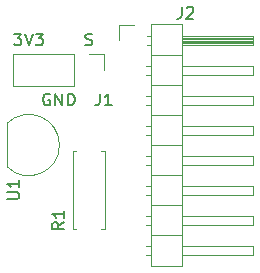
<source format=gto>
%TF.GenerationSoftware,KiCad,Pcbnew,5.1.4*%
%TF.CreationDate,2019-09-29T12:18:45+02:00*%
%TF.ProjectId,m5stickc-dallas-hat-pcb,6d357374-6963-46b6-932d-64616c6c6173,rev?*%
%TF.SameCoordinates,PX8eeaea0PY695f190*%
%TF.FileFunction,Legend,Top*%
%TF.FilePolarity,Positive*%
%FSLAX46Y46*%
G04 Gerber Fmt 4.6, Leading zero omitted, Abs format (unit mm)*
G04 Created by KiCad (PCBNEW 5.1.4) date 2019-09-29 12:18:45*
%MOMM*%
%LPD*%
G04 APERTURE LIST*
%ADD10C,0.150000*%
%ADD11C,0.120000*%
G04 APERTURE END LIST*
D10*
X7334285Y18645239D02*
X7477142Y18597620D01*
X7715238Y18597620D01*
X7810476Y18645239D01*
X7858095Y18692858D01*
X7905714Y18788096D01*
X7905714Y18883334D01*
X7858095Y18978572D01*
X7810476Y19026191D01*
X7715238Y19073810D01*
X7524761Y19121429D01*
X7429523Y19169048D01*
X7381904Y19216667D01*
X7334285Y19311905D01*
X7334285Y19407143D01*
X7381904Y19502381D01*
X7429523Y19550000D01*
X7524761Y19597620D01*
X7762857Y19597620D01*
X7905714Y19550000D01*
X4318095Y14470000D02*
X4222857Y14517620D01*
X4080000Y14517620D01*
X3937142Y14470000D01*
X3841904Y14374762D01*
X3794285Y14279524D01*
X3746666Y14089048D01*
X3746666Y13946191D01*
X3794285Y13755715D01*
X3841904Y13660477D01*
X3937142Y13565239D01*
X4080000Y13517620D01*
X4175238Y13517620D01*
X4318095Y13565239D01*
X4365714Y13612858D01*
X4365714Y13946191D01*
X4175238Y13946191D01*
X4794285Y13517620D02*
X4794285Y14517620D01*
X5365714Y13517620D01*
X5365714Y14517620D01*
X5841904Y13517620D02*
X5841904Y14517620D01*
X6080000Y14517620D01*
X6222857Y14470000D01*
X6318095Y14374762D01*
X6365714Y14279524D01*
X6413333Y14089048D01*
X6413333Y13946191D01*
X6365714Y13755715D01*
X6318095Y13660477D01*
X6222857Y13565239D01*
X6080000Y13517620D01*
X5841904Y13517620D01*
X1301904Y19597620D02*
X1920952Y19597620D01*
X1587619Y19216667D01*
X1730476Y19216667D01*
X1825714Y19169048D01*
X1873333Y19121429D01*
X1920952Y19026191D01*
X1920952Y18788096D01*
X1873333Y18692858D01*
X1825714Y18645239D01*
X1730476Y18597620D01*
X1444761Y18597620D01*
X1349523Y18645239D01*
X1301904Y18692858D01*
X2206666Y19597620D02*
X2540000Y18597620D01*
X2873333Y19597620D01*
X3111428Y19597620D02*
X3730476Y19597620D01*
X3397142Y19216667D01*
X3540000Y19216667D01*
X3635238Y19169048D01*
X3682857Y19121429D01*
X3730476Y19026191D01*
X3730476Y18788096D01*
X3682857Y18692858D01*
X3635238Y18645239D01*
X3540000Y18597620D01*
X3254285Y18597620D01*
X3159047Y18645239D01*
X3111428Y18692858D01*
D11*
X701522Y8321522D02*
G75*
G03X5140000Y10160000I1838478J1838478D01*
G01*
X701522Y11998478D02*
G75*
G02X5140000Y10160000I1838478J-1838478D01*
G01*
X690000Y11960000D02*
X690000Y8360000D01*
X10160000Y20320000D02*
X11430000Y20320000D01*
X10160000Y19050000D02*
X10160000Y20320000D01*
X12472929Y890000D02*
X12870000Y890000D01*
X12472929Y1650000D02*
X12870000Y1650000D01*
X21530000Y890000D02*
X15530000Y890000D01*
X21530000Y1650000D02*
X21530000Y890000D01*
X15530000Y1650000D02*
X21530000Y1650000D01*
X12870000Y2540000D02*
X15530000Y2540000D01*
X12472929Y3430000D02*
X12870000Y3430000D01*
X12472929Y4190000D02*
X12870000Y4190000D01*
X21530000Y3430000D02*
X15530000Y3430000D01*
X21530000Y4190000D02*
X21530000Y3430000D01*
X15530000Y4190000D02*
X21530000Y4190000D01*
X12870000Y5080000D02*
X15530000Y5080000D01*
X12472929Y5970000D02*
X12870000Y5970000D01*
X12472929Y6730000D02*
X12870000Y6730000D01*
X21530000Y5970000D02*
X15530000Y5970000D01*
X21530000Y6730000D02*
X21530000Y5970000D01*
X15530000Y6730000D02*
X21530000Y6730000D01*
X12870000Y7620000D02*
X15530000Y7620000D01*
X12472929Y8510000D02*
X12870000Y8510000D01*
X12472929Y9270000D02*
X12870000Y9270000D01*
X21530000Y8510000D02*
X15530000Y8510000D01*
X21530000Y9270000D02*
X21530000Y8510000D01*
X15530000Y9270000D02*
X21530000Y9270000D01*
X12870000Y10160000D02*
X15530000Y10160000D01*
X12472929Y11050000D02*
X12870000Y11050000D01*
X12472929Y11810000D02*
X12870000Y11810000D01*
X21530000Y11050000D02*
X15530000Y11050000D01*
X21530000Y11810000D02*
X21530000Y11050000D01*
X15530000Y11810000D02*
X21530000Y11810000D01*
X12870000Y12700000D02*
X15530000Y12700000D01*
X12472929Y13590000D02*
X12870000Y13590000D01*
X12472929Y14350000D02*
X12870000Y14350000D01*
X21530000Y13590000D02*
X15530000Y13590000D01*
X21530000Y14350000D02*
X21530000Y13590000D01*
X15530000Y14350000D02*
X21530000Y14350000D01*
X12870000Y15240000D02*
X15530000Y15240000D01*
X12472929Y16130000D02*
X12870000Y16130000D01*
X12472929Y16890000D02*
X12870000Y16890000D01*
X21530000Y16130000D02*
X15530000Y16130000D01*
X21530000Y16890000D02*
X21530000Y16130000D01*
X15530000Y16890000D02*
X21530000Y16890000D01*
X12870000Y17780000D02*
X15530000Y17780000D01*
X12540000Y18670000D02*
X12870000Y18670000D01*
X12540000Y19430000D02*
X12870000Y19430000D01*
X15530000Y18770000D02*
X21530000Y18770000D01*
X15530000Y18890000D02*
X21530000Y18890000D01*
X15530000Y19010000D02*
X21530000Y19010000D01*
X15530000Y19130000D02*
X21530000Y19130000D01*
X15530000Y19250000D02*
X21530000Y19250000D01*
X15530000Y19370000D02*
X21530000Y19370000D01*
X21530000Y18670000D02*
X15530000Y18670000D01*
X21530000Y19430000D02*
X21530000Y18670000D01*
X15530000Y19430000D02*
X21530000Y19430000D01*
X15530000Y20380000D02*
X12870000Y20380000D01*
X15530000Y-60000D02*
X15530000Y20380000D01*
X12870000Y-60000D02*
X15530000Y-60000D01*
X12870000Y20380000D02*
X12870000Y-60000D01*
X8950000Y17840000D02*
X8950000Y16510000D01*
X7620000Y17840000D02*
X8950000Y17840000D01*
X6350000Y17840000D02*
X6350000Y15180000D01*
X6350000Y15180000D02*
X1210000Y15180000D01*
X6350000Y17840000D02*
X1210000Y17840000D01*
X1210000Y17840000D02*
X1210000Y15180000D01*
X8660000Y9620000D02*
X8990000Y9620000D01*
X8990000Y9620000D02*
X8990000Y3080000D01*
X8990000Y3080000D02*
X8660000Y3080000D01*
X6580000Y9620000D02*
X6250000Y9620000D01*
X6250000Y9620000D02*
X6250000Y3080000D01*
X6250000Y3080000D02*
X6580000Y3080000D01*
D10*
X722380Y5588096D02*
X1531904Y5588096D01*
X1627142Y5635715D01*
X1674761Y5683334D01*
X1722380Y5778572D01*
X1722380Y5969048D01*
X1674761Y6064286D01*
X1627142Y6111905D01*
X1531904Y6159524D01*
X722380Y6159524D01*
X1722380Y7159524D02*
X1722380Y6588096D01*
X1722380Y6873810D02*
X722380Y6873810D01*
X865238Y6778572D01*
X960476Y6683334D01*
X1008095Y6588096D01*
X15481666Y21867620D02*
X15481666Y21153334D01*
X15434047Y21010477D01*
X15338809Y20915239D01*
X15195952Y20867620D01*
X15100714Y20867620D01*
X15910238Y21772381D02*
X15957857Y21820000D01*
X16053095Y21867620D01*
X16291190Y21867620D01*
X16386428Y21820000D01*
X16434047Y21772381D01*
X16481666Y21677143D01*
X16481666Y21581905D01*
X16434047Y21439048D01*
X15862619Y20867620D01*
X16481666Y20867620D01*
X8556666Y14517620D02*
X8556666Y13803334D01*
X8509047Y13660477D01*
X8413809Y13565239D01*
X8270952Y13517620D01*
X8175714Y13517620D01*
X9556666Y13517620D02*
X8985238Y13517620D01*
X9270952Y13517620D02*
X9270952Y14517620D01*
X9175714Y14374762D01*
X9080476Y14279524D01*
X8985238Y14231905D01*
X5532380Y3643334D02*
X5056190Y3310000D01*
X5532380Y3071905D02*
X4532380Y3071905D01*
X4532380Y3452858D01*
X4580000Y3548096D01*
X4627619Y3595715D01*
X4722857Y3643334D01*
X4865714Y3643334D01*
X4960952Y3595715D01*
X5008571Y3548096D01*
X5056190Y3452858D01*
X5056190Y3071905D01*
X5532380Y4595715D02*
X5532380Y4024286D01*
X5532380Y4310000D02*
X4532380Y4310000D01*
X4675238Y4214762D01*
X4770476Y4119524D01*
X4818095Y4024286D01*
M02*

</source>
